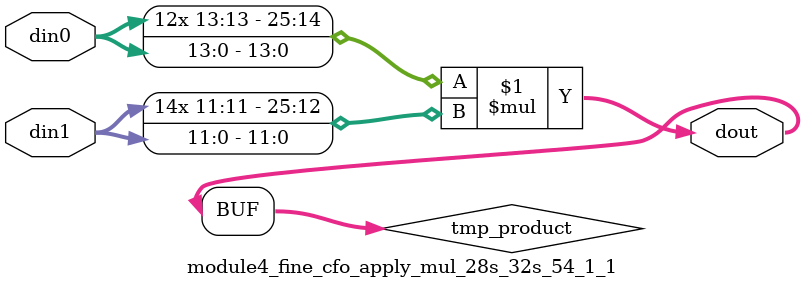
<source format=v>

`timescale 1 ns / 1 ps

 module module4_fine_cfo_apply_mul_28s_32s_54_1_1(din0, din1, dout);
parameter ID = 1;
parameter NUM_STAGE = 0;
parameter din0_WIDTH = 14;
parameter din1_WIDTH = 12;
parameter dout_WIDTH = 26;

input [din0_WIDTH - 1 : 0] din0; 
input [din1_WIDTH - 1 : 0] din1; 
output [dout_WIDTH - 1 : 0] dout;

wire signed [dout_WIDTH - 1 : 0] tmp_product;



























assign tmp_product = $signed(din0) * $signed(din1);








assign dout = tmp_product;





















endmodule

</source>
